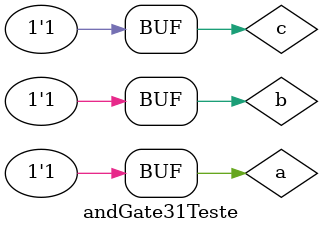
<source format=v>


module andGate21( output s, input p, input q );
	assign s = p & q;
endmodule // -- andGate1

// ---------------------------------------------------------------
// -- andGate 2
// ---------------------------------------------------------------

module andGate31( output s, input a, input b, input c );
	wire s1;
	andGate21 M21(s1, a, b);
	andGate21 M22(s, s1, c);
endmodule // -- andGate2

// ---------------------------------------------------------------
// -- AND gate teste
// ---------------------------------------------------------------

module andGate31Teste;
	// --------------------------------- dados locais
		reg a, b, c;
		wire s, sf;
		
	// ------------------------------------ instancia
		andGate31 AND1(s, a, b, c);
		
	// ----------------------------------- preparacao
		initial begin: start
			a = 0;
			b = 0;
			c = 0;
		end
		
	// ------------------------------ parte principal
		initial begin
			$display("Exemplo0014 - Sad - 440265");
			$display("Teste AND gate");
			$display("\na & b & s = sf\n");
			$monitor("%b & %b & %b = %b", a, b, c, s);
			
			#1
			a = 0; b = 0; c = 0;
			#1
			a = 0; b = 0; c = 1;
			#1
			a = 0; b = 1; c = 0;
			#1
			a = 0; b = 1; c = 1;
			#1
			a = 1; b = 0; c = 0;
			#1
			a = 1; b = 0; c = 1;
			#1
			a = 1; b = 1; c = 0;
			#1
			a = 1; b = 1; c = 1;		
		
		end	
endmodule // -- teste andGate31

// -- FIM DO PROGRAMA
			 
</source>
